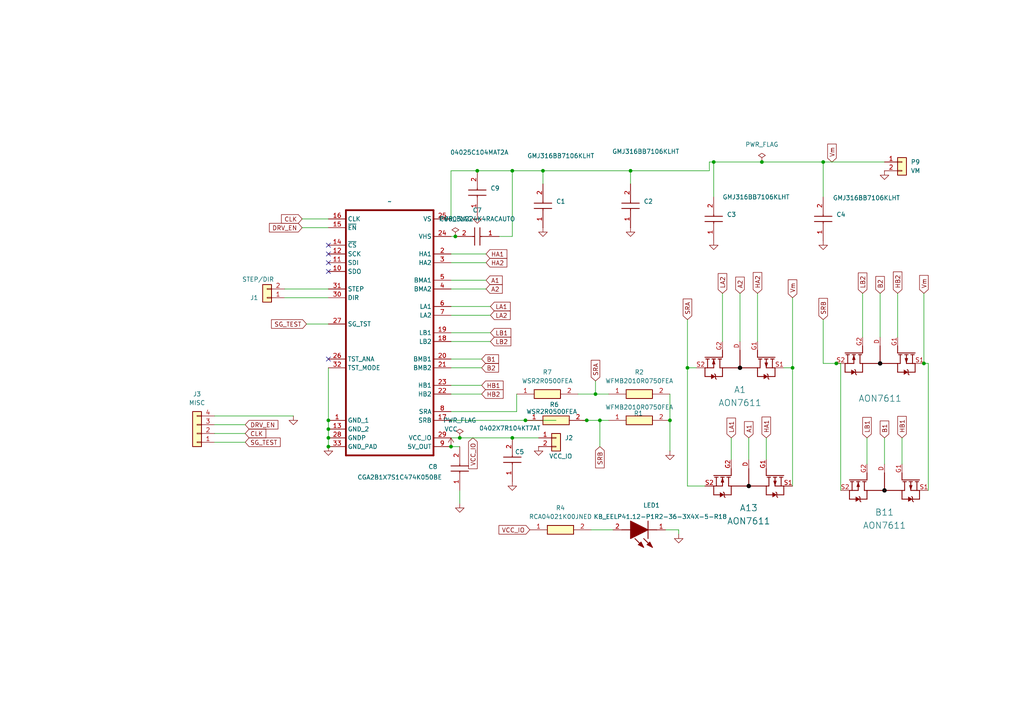
<source format=kicad_sch>
(kicad_sch (version 20231120) (generator "eeschema") (generator_version "8.0")
  (paper "A4")
  (lib_symbols
    (symbol "04025C104MAT2A:04025C104MAT2A" (pin_names hide)
      (property "Reference" "C" (at 8.89 6.35 0))
      (property "Value" "04025C104MAT2A" (at 8.89 3.81 0))
      (symbol "04025C104MAT2A_1_1"
        (polyline (pts (xy 5.08 0) (xy 5.588 0)) (stroke (width 0.254)))
        (polyline (pts (xy 5.588 2.54) (xy 5.588 -2.54)) (stroke (width 0.254)))
        (polyline (pts (xy 7.112 0) (xy 7.62 0)) (stroke (width 0.254)))
        (polyline (pts (xy 7.112 2.54) (xy 7.112 -2.54)) (stroke (width 0.254)))
        (pin passive line (at 0 0 0) (length 5.08) (name "1") (number "1"))
        (pin passive line (at 12.7 0 180) (length 5.08) (name "2") (number "2"))
      )
    )
    (symbol "0402X7R104KT7AT:0402X7R104KT7AT" (pin_names hide)
      (property "Reference" "C" (at 8.89 6.35 0))
      (property "Value" "0402X7R104KT7AT" (at 8.89 3.81 0))
      (symbol "0402X7R104KT7AT_1_1"
        (polyline (pts (xy 5.08 0) (xy 5.588 0)) (stroke (width 0.254)))
        (polyline (pts (xy 5.588 2.54) (xy 5.588 -2.54)) (stroke (width 0.254)))
        (polyline (pts (xy 7.112 0) (xy 7.62 0)) (stroke (width 0.254)))
        (polyline (pts (xy 7.112 2.54) (xy 7.112 -2.54)) (stroke (width 0.254)))
        (pin passive line (at 0 0 0) (length 5.08) (name "1") (number "1"))
        (pin passive line (at 12.7 0 180) (length 5.08) (name "2") (number "2"))
      )
    )
    (symbol "C0603X224K4RACAUTO:C0603X224K4RACAUTO" (pin_names hide)
      (property "Reference" "C" (at 8.89 6.35 0))
      (property "Value" "C0603X224K4RACAUTO" (at 8.89 3.81 0))
      (symbol "C0603X224K4RACAUTO_1_1"
        (polyline (pts (xy 5.08 0) (xy 5.588 0)) (stroke (width 0.254)))
        (polyline (pts (xy 5.588 2.54) (xy 5.588 -2.54)) (stroke (width 0.254)))
        (polyline (pts (xy 7.112 0) (xy 7.62 0)) (stroke (width 0.254)))
        (polyline (pts (xy 7.112 2.54) (xy 7.112 -2.54)) (stroke (width 0.254)))
        (pin passive line (at 0 0 0) (length 5.08) (name "1") (number "1"))
        (pin passive line (at 12.7 0 180) (length 5.08) (name "2") (number "2"))
      )
    )
    (symbol "CGA2B1X7S1C474K050BE:CGA2B1X7S1C474K050BE" (pin_names hide)
      (property "Reference" "C" (at 8.89 6.35 0))
      (property "Value" "CGA2B1X7S1C474K050BE" (at 8.89 3.81 0))
      (symbol "CGA2B1X7S1C474K050BE_1_1"
        (polyline (pts (xy 5.08 0) (xy 5.588 0)) (stroke (width 0.254)))
        (polyline (pts (xy 5.588 2.54) (xy 5.588 -2.54)) (stroke (width 0.254)))
        (polyline (pts (xy 7.112 0) (xy 7.62 0)) (stroke (width 0.254)))
        (polyline (pts (xy 7.112 2.54) (xy 7.112 -2.54)) (stroke (width 0.254)))
        (pin passive line (at 0 0 0) (length 5.08) (name "1") (number "1"))
        (pin passive line (at 12.7 0 180) (length 5.08) (name "2") (number "2"))
      )
    )
    (symbol "Connector_Generic:Conn_01x02" (pin_names (offset 1.016) hide)
      (property "Reference" "J" (at 0 2.54 0))
      (property "Value" "Conn_01x02" (at 0 -5.08 0))
      (symbol "Conn_01x02_1_1"
        (rectangle (start -1.27 -2.413) (end 0 -2.667) (stroke (width 0.1524)))
        (rectangle (start -1.27 0.127) (end 0 -0.127) (stroke (width 0.1524)))
        (rectangle (start -1.27 1.27) (end 1.27 -3.81) (stroke (width 0.254)) (fill (type background)))
        (pin passive line (at -5.08 0 0) (length 3.81) (name "Pin_1") (number "1"))
        (pin passive line (at -5.08 -2.54 0) (length 3.81) (name "Pin_2") (number "2"))
      )
    )
    (symbol "Connector_Generic:Conn_01x04" (pin_names (offset 1.016) hide)
      (property "Reference" "J" (at 0 5.08 0))
      (property "Value" "Conn_01x04" (at 0 -7.62 0))
      (symbol "Conn_01x04_1_1"
        (rectangle (start -1.27 -4.953) (end 0 -5.207) (stroke (width 0.1524)))
        (rectangle (start -1.27 -2.413) (end 0 -2.667) (stroke (width 0.1524)))
        (rectangle (start -1.27 0.127) (end 0 -0.127) (stroke (width 0.1524)))
        (rectangle (start -1.27 2.667) (end 0 2.413) (stroke (width 0.1524)))
        (rectangle (start -1.27 3.81) (end 1.27 -6.35) (stroke (width 0.254)) (fill (type background)))
        (pin passive line (at -5.08 2.54 0) (length 3.81) (name "Pin_1") (number "1"))
        (pin passive line (at -5.08 0 0) (length 3.81) (name "Pin_2") (number "2"))
        (pin passive line (at -5.08 -2.54 0) (length 3.81) (name "Pin_3") (number "3"))
        (pin passive line (at -5.08 -5.08 0) (length 3.81) (name "Pin_4") (number "4"))
      )
    )
    (symbol "GMJ316BB7106KLHT:GMJ316BB7106KLHT" (pin_names hide)
      (property "Reference" "C" (at 8.89 6.35 0))
      (property "Value" "GMJ316BB7106KLHT" (at 8.89 3.81 0))
      (symbol "GMJ316BB7106KLHT_1_1"
        (polyline (pts (xy 5.08 0) (xy 5.588 0)) (stroke (width 0.254)))
        (polyline (pts (xy 5.588 2.54) (xy 5.588 -2.54)) (stroke (width 0.254)))
        (polyline (pts (xy 7.112 0) (xy 7.62 0)) (stroke (width 0.254)))
        (polyline (pts (xy 7.112 2.54) (xy 7.112 -2.54)) (stroke (width 0.254)))
        (pin passive line (at 0 0 0) (length 5.08) (name "1") (number "1"))
        (pin passive line (at 12.7 0 180) (length 5.08) (name "2") (number "2"))
      )
    )
    (symbol "KB_EELP41_12-P1R2-36-3X4X-5-R1:KB_EELP41.12-P1R2-36-3X4X-5-R18" (pin_names hide)
      (property "Reference" "LED" (at 12.7 8.89 0))
      (property "Value" "KB_EELP41.12-P1R2-36-3X4X-5-R18" (at 12.7 6.35 0))
      (symbol "KB_EELP41.12-P1R2-36-3X4X-5-R18_1_1"
        (polyline (pts (xy 2.54 0) (xy 5.08 0)) (stroke (width 0.254)))
        (polyline (pts (xy 5.08 2.54) (xy 5.08 -2.54)) (stroke (width 0.254)))
        (polyline (pts (xy 6.35 2.54) (xy 3.81 5.08)) (stroke (width 0.254)))
        (polyline (pts (xy 8.89 2.54) (xy 6.35 5.08)) (stroke (width 0.254)))
        (polyline (pts (xy 10.16 0) (xy 12.7 0)) (stroke (width 0.254)))
        (polyline (pts (xy 5.08 0) (xy 10.16 2.54) (xy 10.16 -2.54) (xy 5.08 0)) (stroke (width 0.254)) (fill (type outline)))
        (polyline (pts (xy 5.334 4.318) (xy 4.572 3.556) (xy 3.81 5.08) (xy 5.334 4.318)) (stroke (width 0.254)) (fill (type outline)))
        (polyline (pts (xy 7.874 4.318) (xy 7.112 3.556) (xy 6.35 5.08) (xy 7.874 4.318)) (stroke (width 0.254)) (fill (type outline)))
        (pin passive line (at 0 0 0) (length 2.54) (name "K") (number "1"))
        (pin passive line (at 15.24 0 180) (length 2.54) (name "A") (number "2"))
      )
    )
    (symbol "RCA04021K00JNED:RCA04021K00JNED" (pin_names hide)
      (property "Reference" "R" (at 13.97 6.35 0))
      (property "Value" "RCA04021K00JNED" (at 13.97 3.81 0))
      (symbol "RCA04021K00JNED_1_1"
        (rectangle (start 5.08 1.27) (end 12.7 -1.27) (stroke (width 0.254)) (fill (type background)))
        (pin passive line (at 0 0 0) (length 5.08) (name "1") (number "1"))
        (pin passive line (at 17.78 0 180) (length 5.08) (name "2") (number "2"))
      )
    )
    (symbol "TMC262-LA:TMC262-LA"
      (property "Reference" "IC" (at 17.78 3.81 0))
      (symbol "TMC262-LA_1_0"
        (polyline (pts (xy 5.08 -68.58) (xy 30.48 -68.58)) (stroke (width 0.51)))
        (polyline (pts (xy 5.08 2.54) (xy 5.08 -68.58)) (stroke (width 0.51)))
        (polyline (pts (xy 30.48 -68.58) (xy 30.48 2.54)) (stroke (width 0.51)))
        (polyline (pts (xy 30.48 2.54) (xy 5.08 2.54)) (stroke (width 0.51)))
        (pin power_in line (at 0 -58.42 0) (length 5.08) (name "GND_1") (number "1"))
        (pin output line (at 0 -15.24 0) (length 5.08) (name "SDO") (number "10"))
        (pin input line (at 0 -12.7 0) (length 5.08) (name "SDI") (number "11"))
        (pin input line (at 0 -10.16 0) (length 5.08) (name "SCK") (number "12"))
        (pin power_in line (at 0 -60.96 0) (length 5.08) (name "GND_2") (number "13"))
        (pin input line (at 0 -7.62 0) (length 5.08) (name "~{CS}") (number "14"))
        (pin input line (at 0 -2.54 0) (length 5.08) (name "~{EN}") (number "15"))
        (pin input line (at 0 0 0) (length 5.08) (name "CLK") (number "16"))
        (pin input line (at 35.56 -58.42 180) (length 5.08) (name "SRB") (number "17"))
        (pin output line (at 35.56 -35.56 180) (length 5.08) (name "LB2") (number "18"))
        (pin output line (at 35.56 -33.02 180) (length 5.08) (name "LB1") (number "19"))
        (pin output line (at 35.56 -10.16 180) (length 5.08) (name "HA1") (number "2"))
        (pin input line (at 35.56 -40.64 180) (length 5.08) (name "BMB1") (number "20"))
        (pin input line (at 35.56 -43.18 180) (length 5.08) (name "BMB2") (number "21"))
        (pin output line (at 35.56 -50.8 180) (length 5.08) (name "HB2") (number "22"))
        (pin output line (at 35.56 -48.26 180) (length 5.08) (name "HB1") (number "23"))
        (pin power_in line (at 35.56 -5.08 180) (length 5.08) (name "VHS") (number "24"))
        (pin power_in line (at 35.56 0 180) (length 5.08) (name "VS") (number "25"))
        (pin output line (at 0 -40.64 0) (length 5.08) (name "TST_ANA") (number "26"))
        (pin output line (at 0 -30.48 0) (length 5.08) (name "SG_TST") (number "27"))
        (pin power_in line (at 0 -63.5 0) (length 5.08) (name "GNDP") (number "28"))
        (pin power_in line (at 35.56 -63.5 180) (length 5.08) (name "VCC_IO") (number "29"))
        (pin output line (at 35.56 -12.7 180) (length 5.08) (name "HA2") (number "3"))
        (pin input line (at 0 -22.86 0) (length 5.08) (name "DIR") (number "30"))
        (pin input line (at 0 -20.32 0) (length 5.08) (name "STEP") (number "31"))
        (pin input line (at 0 -43.18 0) (length 5.08) (name "TST_MODE") (number "32"))
        (pin power_in line (at 0 -66.04 0) (length 5.08) (name "GND_PAD") (number "33"))
        (pin input line (at 35.56 -20.32 180) (length 5.08) (name "BMA2") (number "4"))
        (pin input line (at 35.56 -17.78 180) (length 5.08) (name "BMA1") (number "5"))
        (pin output line (at 35.56 -25.4 180) (length 5.08) (name "LA1") (number "6"))
        (pin output line (at 35.56 -27.94 180) (length 5.08) (name "LA2") (number "7"))
        (pin input line (at 35.56 -55.88 180) (length 5.08) (name "SRA") (number "8"))
        (pin power_in line (at 35.56 -66.04 180) (length 5.08) (name "5V_OUT") (number "9"))
      )
    )
    (symbol "TMC262_BOB40_V1_2:AON7611"
      (property "Value" "AON7611" (at -1.27 -3.81 0))
      (symbol "AON7611_1_0"
        (polyline (pts (xy -5.08 5.08) (xy -3.048 5.08)) (stroke (width 0.254)))
        (polyline (pts (xy -5.08 10.16) (xy 0 10.16)) (stroke (width 0.254)))
        (polyline (pts (xy -5.08 15.24) (xy -3.048 15.24)) (stroke (width 0.254)))
        (polyline (pts (xy -3.048 5.08) (xy -3.048 0)) (stroke (width 0.254)))
        (polyline (pts (xy -3.048 20.32) (xy -3.048 15.24)) (stroke (width 0.254)))
        (polyline (pts (xy -2.54 0.254) (xy -2.54 1.27)) (stroke (width 0.254)))
        (polyline (pts (xy -2.54 2.032) (xy -2.54 3.048)) (stroke (width 0.254)))
        (polyline (pts (xy -2.54 4.826) (xy -2.54 3.81)) (stroke (width 0.254)))
        (polyline (pts (xy -2.54 15.494) (xy -2.54 16.51)) (stroke (width 0.254)))
        (polyline (pts (xy -2.54 17.272) (xy -2.54 18.288)) (stroke (width 0.254)))
        (polyline (pts (xy -2.54 19.05) (xy -2.54 20.066)) (stroke (width 0.254)))
        (polyline (pts (xy 0 0) (xy 2.54 0)) (stroke (width 0.254)))
        (polyline (pts (xy 0 0.762) (xy -2.54 0.762)) (stroke (width 0.254)))
        (polyline (pts (xy 0 2.54) (xy -2.54 2.54)) (stroke (width 0.254)))
        (polyline (pts (xy 0 2.54) (xy 0 0)) (stroke (width 0.254)))
        (polyline (pts (xy 0 4.318) (xy -2.54 4.318)) (stroke (width 0.254)))
        (polyline (pts (xy 0 4.318) (xy 0 5.08)) (stroke (width 0.254)))
        (polyline (pts (xy 0 5.08) (xy 2.54 5.08)) (stroke (width 0.254)))
        (polyline (pts (xy 0 15.24) (xy 0 5.08)) (stroke (width 0.254)))
        (polyline (pts (xy 0 15.24) (xy 2.54 15.24)) (stroke (width 0.254)))
        (polyline (pts (xy 0 16.002) (xy -2.54 16.002)) (stroke (width 0.254)))
        (polyline (pts (xy 0 16.002) (xy 0 15.24)) (stroke (width 0.254)))
        (polyline (pts (xy 0 17.78) (xy -2.54 17.78)) (stroke (width 0.254)))
        (polyline (pts (xy 0 17.78) (xy 0 20.32)) (stroke (width 0.254)))
        (polyline (pts (xy 0 19.558) (xy -2.54 19.558)) (stroke (width 0.254)))
        (polyline (pts (xy 0 20.32) (xy 2.54 20.32)) (stroke (width 0.254)))
        (polyline (pts (xy 2.54 0) (xy 2.54 1.778)) (stroke (width 0.254)))
        (polyline (pts (xy 2.54 5.08) (xy 2.54 3.048)) (stroke (width 0.254)))
        (polyline (pts (xy 2.54 15.24) (xy 2.54 17.018)) (stroke (width 0.254)))
        (polyline (pts (xy 2.54 20.32) (xy 2.54 18.288)) (stroke (width 0.254)))
        (polyline (pts (xy -2.54 2.54) (xy -1.016 2.032) (xy -1.016 3.048) (xy -2.54 2.54)) (stroke (width -0.0001)) (fill (type outline)))
        (polyline (pts (xy 0 17.78) (xy -1.524 18.288) (xy -1.524 17.272) (xy 0 17.78)) (stroke (width -0.0001)) (fill (type outline)))
        (polyline (pts (xy 2.54 3.048) (xy 1.778 1.778) (xy 3.302 1.778) (xy 2.54 3.048)) (stroke (width -0.0001)) (fill (type outline)))
        (polyline (pts (xy 2.54 18.288) (xy 1.778 17.018) (xy 3.302 17.018) (xy 2.54 18.288)) (stroke (width -0.0001)) (fill (type outline)))
        (polyline (pts (xy 3.302 3.302) (xy 3.048 3.048) (xy 2.032 3.048) (xy 1.778 2.794)) (stroke (width 0.254)))
        (polyline (pts (xy 3.302 18.542) (xy 3.048 18.288) (xy 2.032 18.288) (xy 1.778 18.034)) (stroke (width 0.254)))
        (circle (center 0 10.16) (radius 0.127) (stroke (width 0.508) (color 0 0 0 1)))
        (pin passive line (at -7.62 10.16 0) (length 2.54) (name "D") (number "D"))
        (pin passive line (at -7.62 15.24 0) (length 2.54) (name "G1") (number "G1"))
        (pin passive line (at -7.62 5.08 0) (length 2.54) (name "G2") (number "G2"))
        (pin passive line (at 0 22.86 270) (length 2.54) (name "S1") (number "S1"))
        (pin passive line (at 0 -2.54 90) (length 2.54) (name "S2") (number "S2"))
      )
    )
    (symbol "WFMB2010R0750FEA:WFMB2010R0750FEA" (pin_names hide)
      (property "Reference" "R" (at 13.97 6.35 0))
      (property "Value" "WFMB2010R0750FEA" (at 13.97 3.81 0))
      (symbol "WFMB2010R0750FEA_1_1"
        (rectangle (start 5.08 1.27) (end 12.7 -1.27) (stroke (width 0.254)) (fill (type background)))
        (pin passive line (at 0 0 0) (length 5.08) (name "1") (number "1"))
        (pin passive line (at 17.78 0 180) (length 5.08) (name "2") (number "2"))
      )
    )
    (symbol "WSR2R0500FEA:WSR2R0500FEA" (pin_names hide)
      (property "Reference" "R" (at 13.97 6.35 0))
      (property "Value" "WSR2R0500FEA" (at 13.97 3.81 0))
      (symbol "WSR2R0500FEA_1_1"
        (rectangle (start 5.08 1.27) (end 12.7 -1.27) (stroke (width 0.254)) (fill (type background)))
        (pin passive line (at 0 0 0) (length 5.08) (name "1") (number "1"))
        (pin passive line (at 17.78 0 180) (length 5.08) (name "2") (number "2"))
      )
    )
    (symbol "power:GND" (power) (pin_numbers hide) (pin_names (offset 0) hide)
      (property "Value" "GND" (at 0 -3.81 0))
      (symbol "GND_0_1"
        (polyline (pts (xy 0 0) (xy 0 -1.27) (xy 1.27 -1.27) (xy 0 -2.54) (xy -1.27 -1.27) (xy 0 -1.27)))
      )
      (symbol "GND_1_1"
        (pin power_in line (at 0 0 270) (length 0) (name "~") (number "1"))
      )
    )
    (symbol "power:PWR_FLAG" (power) (pin_numbers hide) (pin_names (offset 0) hide)
      (property "Value" "PWR_FLAG" (at 0 3.81 0))
      (symbol "PWR_FLAG_0_0"
        (pin power_out line (at 0 0 90) (length 0) (name "~") (number "1"))
      )
      (symbol "PWR_FLAG_0_1"
        (polyline (pts (xy 0 0) (xy 0 1.27) (xy -1.016 1.905) (xy 0 2.54) (xy 1.016 1.905) (xy 0 1.27)))
      )
    )
    (symbol "power:VCC" (power) (pin_numbers hide) (pin_names (offset 0) hide)
      (property "Value" "VCC" (at 0 3.556 0))
      (symbol "VCC_0_1"
        (polyline (pts (xy -0.762 1.27) (xy 0 2.54)))
        (polyline (pts (xy 0 0) (xy 0 2.54)))
        (polyline (pts (xy 0 2.54) (xy 0.762 1.27)))
      )
      (symbol "VCC_1_1"
        (pin power_in line (at 0 0 90) (length 0) (name "~") (number "1"))
      )
    )
  )
  (junction (at 95.25 127))
  (junction (at 152.4 121.92))
  (junction (at 238.76 46.99))
  (junction (at 132.08 68.58))
  (junction (at 182.88 49.53))
  (junction (at 95.25 129.54))
  (junction (at 95.25 121.92))
  (junction (at 138.43 49.53))
  (junction (at 95.25 124.46))
  (junction (at 199.39 106.68))
  (junction (at 194.31 121.92))
  (junction (at 172.72 114.3))
  (junction (at 170.18 121.92))
  (junction (at 242.57 105.41))
  (junction (at 267.97 105.41))
  (junction (at 229.87 106.68))
  (junction (at 130.81 129.54))
  (junction (at 173.99 121.92))
  (junction (at 133.35 127))
  (junction (at 148.59 49.53))
  (junction (at 207.01 46.99))
  (junction (at 148.59 127))
  (junction (at 220.98 46.99))
  (junction (at 157.48 49.53))
  (no_connect (at 95.25 71.12))
  (no_connect (at 95.25 78.74))
  (no_connect (at 95.25 73.66))
  (no_connect (at 95.25 76.2))
  (no_connect (at 95.25 104.14))
  (wire (pts (xy 157.48 49.53) (xy 182.88 49.53)))
  (wire (pts (xy 172.72 114.3) (xy 167.64 114.3)))
  (wire (pts (xy 132.08 68.58) (xy 130.81 68.58)))
  (wire (pts (xy 130.81 49.53) (xy 138.43 49.53)))
  (wire (pts (xy 130.81 121.92) (xy 152.4 121.92)))
  (wire (pts (xy 204.47 140.97) (xy 199.39 140.97)))
  (wire (pts (xy 256.54 127) (xy 256.54 134.62)))
  (wire (pts (xy 130.81 99.06) (xy 142.24 99.06)))
  (wire (pts (xy 130.81 119.38) (xy 149.86 119.38)))
  (wire (pts (xy 130.81 76.2) (xy 140.97 76.2)))
  (wire (pts (xy 229.87 106.68) (xy 229.87 140.97)))
  (wire (pts (xy 182.88 49.53) (xy 182.88 53.34)))
  (wire (pts (xy 256.54 46.99) (xy 238.76 46.99)))
  (wire (pts (xy 157.48 49.53) (xy 157.48 53.34)))
  (wire (pts (xy 207.01 46.99) (xy 205.74 46.99)))
  (wire (pts (xy 238.76 105.41) (xy 242.57 105.41)))
  (wire (pts (xy 227.33 106.68) (xy 229.87 106.68)))
  (wire (pts (xy 182.88 49.53) (xy 205.74 49.53)))
  (wire (pts (xy 62.23 128.27) (xy 71.12 128.27)))
  (wire (pts (xy 95.25 106.68) (xy 95.25 121.92)))
  (wire (pts (xy 95.25 127) (xy 95.25 129.54)))
  (wire (pts (xy 130.81 104.14) (xy 139.7 104.14)))
  (wire (pts (xy 130.81 127) (xy 133.35 127)))
  (wire (pts (xy 222.25 127) (xy 222.25 133.35)))
  (wire (pts (xy 87.63 66.04) (xy 95.25 66.04)))
  (wire (pts (xy 95.25 121.92) (xy 95.25 124.46)))
  (wire (pts (xy 62.23 120.65) (xy 85.09 120.65)))
  (wire (pts (xy 170.18 121.92) (xy 168.91 121.92)))
  (wire (pts (xy 196.85 153.67) (xy 196.85 154.94)))
  (wire (pts (xy 217.17 127) (xy 217.17 133.35)))
  (wire (pts (xy 130.81 81.28) (xy 140.97 81.28)))
  (wire (pts (xy 130.81 106.68) (xy 139.7 106.68)))
  (wire (pts (xy 193.04 153.67) (xy 196.85 153.67)))
  (wire (pts (xy 242.57 105.41) (xy 243.84 105.41)))
  (wire (pts (xy 194.31 114.3) (xy 194.31 121.92)))
  (wire (pts (xy 194.31 121.92) (xy 194.31 130.81)))
  (wire (pts (xy 133.35 142.24) (xy 133.35 146.05)))
  (wire (pts (xy 130.81 96.52) (xy 142.24 96.52)))
  (wire (pts (xy 87.63 63.5) (xy 95.25 63.5)))
  (wire (pts (xy 207.01 46.99) (xy 207.01 57.15)))
  (wire (pts (xy 148.59 127) (xy 156.21 127)))
  (wire (pts (xy 138.43 49.53) (xy 148.59 49.53)))
  (wire (pts (xy 251.46 127) (xy 251.46 134.62)))
  (wire (pts (xy 130.81 83.82) (xy 140.97 83.82)))
  (wire (pts (xy 199.39 140.97) (xy 199.39 106.68)))
  (wire (pts (xy 130.81 88.9) (xy 142.24 88.9)))
  (wire (pts (xy 176.53 114.3) (xy 172.72 114.3)))
  (wire (pts (xy 88.9 93.98) (xy 95.25 93.98)))
  (wire (pts (xy 62.23 125.73) (xy 71.12 125.73)))
  (wire (pts (xy 173.99 121.92) (xy 173.99 129.54)))
  (wire (pts (xy 238.76 92.71) (xy 238.76 105.41)))
  (wire (pts (xy 130.81 111.76) (xy 139.7 111.76)))
  (wire (pts (xy 130.81 73.66) (xy 140.97 73.66)))
  (wire (pts (xy 212.09 127) (xy 212.09 133.35)))
  (wire (pts (xy 243.84 142.24) (xy 243.84 105.41)))
  (wire (pts (xy 62.23 123.19) (xy 71.12 123.19)))
  (wire (pts (xy 148.59 49.53) (xy 148.59 68.58)))
  (wire (pts (xy 173.99 121.92) (xy 170.18 121.92)))
  (wire (pts (xy 173.99 121.92) (xy 176.53 121.92)))
  (wire (pts (xy 199.39 92.71) (xy 199.39 106.68)))
  (wire (pts (xy 260.35 85.09) (xy 260.35 97.79)))
  (wire (pts (xy 250.19 85.09) (xy 250.19 97.79)))
  (wire (pts (xy 205.74 46.99) (xy 205.74 49.53)))
  (wire (pts (xy 267.97 85.09) (xy 267.97 105.41)))
  (wire (pts (xy 172.72 110.49) (xy 172.72 114.3)))
  (wire (pts (xy 199.39 106.68) (xy 201.93 106.68)))
  (wire (pts (xy 95.25 124.46) (xy 95.25 127)))
  (wire (pts (xy 130.81 63.5) (xy 130.81 49.53)))
  (wire (pts (xy 82.55 86.36) (xy 95.25 86.36)))
  (wire (pts (xy 171.45 153.67) (xy 177.8 153.67)))
  (wire (pts (xy 229.87 86.36) (xy 229.87 106.68)))
  (wire (pts (xy 144.78 68.58) (xy 148.59 68.58)))
  (wire (pts (xy 238.76 46.99) (xy 238.76 57.15)))
  (wire (pts (xy 82.55 83.82) (xy 95.25 83.82)))
  (wire (pts (xy 209.55 85.09) (xy 209.55 99.06)))
  (wire (pts (xy 214.63 85.09) (xy 214.63 99.06)))
  (wire (pts (xy 220.98 46.99) (xy 238.76 46.99)))
  (wire (pts (xy 149.86 114.3) (xy 149.86 119.38)))
  (wire (pts (xy 152.4 121.92) (xy 161.29 121.92)))
  (wire (pts (xy 133.35 127) (xy 148.59 127)))
  (wire (pts (xy 148.59 49.53) (xy 157.48 49.53)))
  (wire (pts (xy 207.01 46.99) (xy 220.98 46.99)))
  (wire (pts (xy 255.27 85.09) (xy 255.27 97.79)))
  (wire (pts (xy 269.24 142.24) (xy 269.24 105.41)))
  (wire (pts (xy 130.81 129.54) (xy 133.35 129.54)))
  (wire (pts (xy 219.71 85.09) (xy 219.71 99.06)))
  (wire (pts (xy 130.81 114.3) (xy 139.7 114.3)))
  (wire (pts (xy 269.24 105.41) (xy 267.97 105.41)))
  (wire (pts (xy 130.81 91.44) (xy 142.24 91.44)))
  (wire (pts (xy 261.62 127) (xy 261.62 134.62)))
  (global_label "HB1" (shape input) (at 261.62 127 90) (property "Intersheetrefs" "${INTERSHEET_REFS}" (effects (hide yes))))
  (global_label "CLK" (shape input) (at 87.63 63.5 180) (property "Intersheetrefs" "${INTERSHEET_REFS}" (effects (hide yes))))
  (global_label "HB2" (shape input) (at 139.7 114.3 0) (property "Intersheetrefs" "${INTERSHEET_REFS}" (effects (hide yes))))
  (global_label "LA1" (shape input) (at 142.24 88.9 0) (property "Intersheetrefs" "${INTERSHEET_REFS}" (effects (hide yes))))
  (global_label "A2" (shape input) (at 140.97 83.82 0) (property "Intersheetrefs" "${INTERSHEET_REFS}" (effects (hide yes))))
  (global_label "B2" (shape input) (at 139.7 106.68 0) (property "Intersheetrefs" "${INTERSHEET_REFS}" (effects (hide yes))))
  (global_label "Vm" (shape input) (at 267.97 85.09 90) (property "Intersheetrefs" "${INTERSHEET_REFS}" (effects (hide yes))))
  (global_label "Vm" (shape input) (at 229.87 86.36 90) (property "Intersheetrefs" "${INTERSHEET_REFS}" (effects (hide yes))))
  (global_label "A1" (shape input) (at 217.17 127 90) (property "Intersheetrefs" "${INTERSHEET_REFS}" (effects (hide yes))))
  (global_label "DRV_EN" (shape input) (at 71.12 123.19 0) (property "Intersheetrefs" "${INTERSHEET_REFS}" (effects (hide yes))))
  (global_label "LA2" (shape input) (at 142.24 91.44 0) (property "Intersheetrefs" "${INTERSHEET_REFS}" (effects (hide yes))))
  (global_label "HA1" (shape input) (at 222.25 127 90) (property "Intersheetrefs" "${INTERSHEET_REFS}" (effects (hide yes))))
  (global_label "SG_TEST" (shape input) (at 71.12 128.27 0) (property "Intersheetrefs" "${INTERSHEET_REFS}" (effects (hide yes))))
  (global_label "LB2" (shape input) (at 250.19 85.09 90) (property "Intersheetrefs" "${INTERSHEET_REFS}" (effects (hide yes))))
  (global_label "LB1" (shape input) (at 251.46 127 90) (property "Intersheetrefs" "${INTERSHEET_REFS}" (effects (hide yes))))
  (global_label "HB1" (shape input) (at 139.7 111.76 0) (property "Intersheetrefs" "${INTERSHEET_REFS}" (effects (hide yes))))
  (global_label "B1" (shape input) (at 256.54 127 90) (property "Intersheetrefs" "${INTERSHEET_REFS}" (effects (hide yes))))
  (global_label "VCC_IO" (shape input) (at 137.16 127 270) (property "Intersheetrefs" "${INTERSHEET_REFS}" (effects (hide yes))))
  (global_label "SRB" (shape input) (at 173.99 129.54 270) (property "Intersheetrefs" "${INTERSHEET_REFS}" (effects (hide yes))))
  (global_label "SRB" (shape input) (at 238.76 92.71 90) (property "Intersheetrefs" "${INTERSHEET_REFS}" (effects (hide yes))))
  (global_label "A1" (shape input) (at 140.97 81.28 0) (property "Intersheetrefs" "${INTERSHEET_REFS}" (effects (hide yes))))
  (global_label "HA1" (shape input) (at 140.97 73.66 0) (property "Intersheetrefs" "${INTERSHEET_REFS}" (effects (hide yes))))
  (global_label "HB2" (shape input) (at 260.35 85.09 90) (property "Intersheetrefs" "${INTERSHEET_REFS}" (effects (hide yes))))
  (global_label "VCC_IO" (shape input) (at 153.67 153.67 180) (property "Intersheetrefs" "${INTERSHEET_REFS}" (effects (hide yes))))
  (global_label "LB2" (shape input) (at 142.24 99.06 0) (property "Intersheetrefs" "${INTERSHEET_REFS}" (effects (hide yes))))
  (global_label "HA2" (shape input) (at 219.71 85.09 90) (property "Intersheetrefs" "${INTERSHEET_REFS}" (effects (hide yes))))
  (global_label "B2" (shape input) (at 255.27 85.09 90) (property "Intersheetrefs" "${INTERSHEET_REFS}" (effects (hide yes))))
  (global_label "LA2" (shape input) (at 209.55 85.09 90) (property "Intersheetrefs" "${INTERSHEET_REFS}" (effects (hide yes))))
  (global_label "HA2" (shape input) (at 140.97 76.2 0) (property "Intersheetrefs" "${INTERSHEET_REFS}" (effects (hide yes))))
  (global_label "Vm" (shape input) (at 241.3 46.99 90) (property "Intersheetrefs" "${INTERSHEET_REFS}" (effects (hide yes))))
  (global_label "SG_TEST" (shape input) (at 88.9 93.98 180) (property "Intersheetrefs" "${INTERSHEET_REFS}" (effects (hide yes))))
  (global_label "B1" (shape input) (at 139.7 104.14 0) (property "Intersheetrefs" "${INTERSHEET_REFS}" (effects (hide yes))))
  (global_label "DRV_EN" (shape input) (at 87.63 66.04 180) (property "Intersheetrefs" "${INTERSHEET_REFS}" (effects (hide yes))))
  (global_label "CLK" (shape input) (at 71.12 125.73 0) (property "Intersheetrefs" "${INTERSHEET_REFS}" (effects (hide yes))))
  (global_label "SRA" (shape input) (at 172.72 110.49 90) (property "Intersheetrefs" "${INTERSHEET_REFS}" (effects (hide yes))))
  (global_label "SRA" (shape input) (at 199.39 92.71 90) (property "Intersheetrefs" "${INTERSHEET_REFS}" (effects (hide yes))))
  (global_label "A2" (shape input) (at 214.63 85.09 90) (property "Intersheetrefs" "${INTERSHEET_REFS}" (effects (hide yes))))
  (global_label "LA1" (shape input) (at 212.09 127 90) (property "Intersheetrefs" "${INTERSHEET_REFS}" (effects (hide yes))))
  (global_label "LB1" (shape input) (at 142.24 96.52 0) (property "Intersheetrefs" "${INTERSHEET_REFS}" (effects (hide yes))))
  (symbol (lib_id "power:GND") (at 138.43 62.23 0) (unit 1)
    (property "Reference" "#PWR02" (effects (hide yes)))
    (property "Value" "GND" (effects (hide yes)))
    (property "Description" "Power symbol creates a global label with name \"GND\" , ground" (effects (hide yes)))
  )
  (symbol (lib_id "TMC262_BOB40_V1_2:AON7611") (at 246.38 142.24 270) (unit 1)
    (property "Reference" "B11" (at 256.54 148.59 90) (effects (font (size 1.8288 1.8288))))
    (property "Value" "AON7611" (at 256.54 152.4 90) (effects (font (size 1.8288 1.8288))))
    (property "Footprint" "AON7611" (effects (hide yes)))
    (property "Description" "Mosfet Array N and P-Channel, Common Drain 30V 9A, 18.5A 1.5W Surface Mount 8-DFN (3x3)" (effects (hide yes)))
    (property "Supplier 1" "Digi-Key" (effects (hide yes)))
    (property "SPL1_PN" "785-1404-1-ND" (effects (hide yes)))
    (property "MPN" "AON7611" (effects (hide yes)))
    (property "MF" "Alpha & Omega Semiconductor Inc." (effects (hide yes)))
  )
  (symbol (lib_id "power:GND") (at 85.09 120.65 0) (unit 1)
    (property "Reference" "#PWR013" (effects (hide yes)))
    (property "Value" "GND" (effects (hide yes)))
    (property "Description" "Power symbol creates a global label with name \"GND\" , ground" (effects (hide yes)))
  )
  (symbol (lib_id "power:PWR_FLAG") (at 220.98 46.99 0) (unit 1)
    (property "Reference" "#FLG01" (effects (hide yes)))
    (property "Value" "PWR_FLAG" (at 220.98 41.91 0))
    (property "Description" "Special symbol for telling ERC where power comes from" (effects (hide yes)))
  )
  (symbol (lib_id "Connector_Generic:Conn_01x02") (at 161.29 127 0) (unit 1)
    (property "Reference" "J2" (at 163.83 126.9999 0) (effects (justify left)))
    (property "Value" "VCC_IO" (at 159.258 132.334 0) (effects (justify left)))
    (property "Description" "Generic connector, single row, 01x02, script generated (kicad-library-utils/schlib/autogen/connector/)" (effects (hide yes)))
  )
  (symbol (lib_id "Connector_Generic:Conn_01x04") (at 57.15 125.73 180) (unit 1)
    (property "Reference" "J3" (at 57.15 114.3 0))
    (property "Value" "MISC" (at 57.15 116.84 0))
    (property "Description" "Generic connector, single row, 01x04, script generated (kicad-library-utils/schlib/autogen/connector/)" (effects (hide yes)))
  )
  (symbol (lib_id "0402X7R104KT7AT:0402X7R104KT7AT") (at 148.59 139.7 90) (unit 1)
    (property "Reference" "C5" (at 149.352 131.064 90) (effects (justify right)))
    (property "Value" "0402X7R104KT7AT" (at 138.938 124.206 90) (effects (justify right)))
    (property "Footprint" "CAPC1005X61N" (effects (hide yes)))
    (property "Datasheet" "https://www.mouser.es/datasheet/2/40/general_purpose-3169586.pdf" (effects (hide yes)))
    (property "Description" "Ceramic Capacitor, Multilayer, Ceramic, 16V, 10% +Tol, 10% -Tol, X7R, 15% TC, 0.1uF, Surface Mount, 0402" (effects (hide yes)))
    (property "Height" "0.61" (effects (hide yes)))
    (property "Mouser Part Number" "581-0402X7R104KT7AT" (effects (hide yes)))
    (property "Mouser Price/Stock" "https://www.mouser.co.uk/ProductDetail/KYOCERA-AVX/0402X7R104KT7AT?qs=DPoM0jnrROXD467pFR2ukA%3D%3D" (effects (hide yes)))
    (property "Manufacturer_Name" "Kyocera AVX" (effects (hide yes)))
    (property "Manufacturer_Part_Number" "0402X7R104KT7AT" (effects (hide yes)))
  )
  (symbol (lib_id "WFMB2010R0750FEA:WFMB2010R0750FEA") (at 176.53 114.3 0) (unit 1)
    (property "Reference" "R2" (at 185.42 107.95 0))
    (property "Value" "WFMB2010R0750FEA" (at 185.42 110.49 0))
    (property "Footprint" "RESC5125X65N" (effects (hide yes)))
    (property "Datasheet" "https://datasheet.datasheetarchive.com/originals/distributors/Datasheets_SAMA/ca61f143e72def871d1e0aad69108011.pdf" (effects (hide yes)))
    (property "Description" "Vishay 0.075, 2010 (5025M) SMD Resistor +/-1% 2W - WFMB2010R0750FEA" (effects (hide yes)))
    (property "Height" "0.65" (effects (hide yes)))
    (property "Mouser Part Number" "71-WFMB2010R0750FEA" (effects (hide yes)))
    (property "Mouser Price/Stock" "https://www.mouser.co.uk/ProductDetail/Vishay/WFMB2010R0750FEA?qs=2WXlatMagcGsU%2F2ZtxxQZw%3D%3D" (effects (hide yes)))
    (property "Manufacturer_Name" "Vishay" (effects (hide yes)))
    (property "Manufacturer_Part_Number" "WFMB2010R0750FEA" (effects (hide yes)))
  )
  (symbol (lib_id "power:GND") (at 196.85 154.94 0) (unit 1)
    (property "Reference" "#PWR012" (effects (hide yes)))
    (property "Value" "GND" (effects (hide yes)))
    (property "Description" "Power symbol creates a global label with name \"GND\" , ground" (effects (hide yes)))
  )
  (symbol (lib_id "power:PWR_FLAG") (at 133.35 127 0) (unit 1)
    (property "Reference" "#FLG02" (effects (hide yes)))
    (property "Value" "PWR_FLAG" (at 133.35 121.92 0))
    (property "Description" "Special symbol for telling ERC where power comes from" (effects (hide yes)))
  )
  (symbol (lib_id "C0603X224K4RACAUTO:C0603X224K4RACAUTO") (at 144.78 68.58 180) (unit 1)
    (property "Reference" "C7" (at 138.43 60.96 0))
    (property "Value" "C0603X224K4RACAUTO" (at 138.43 63.5 0))
    (property "Footprint" "C0603" (effects (hide yes)))
    (property "Datasheet" "https://content.kemet.com/datasheets/KEM_C1078_X7R_FT-CAP_AUTO_SMD.pdf" (effects (hide yes)))
    (property "Description" "SMD Auto X7R Flex, Ceramic, 0.22 uF, 10%, 16 VDC, 40 VDC, 125C, -55C, X7R, SMD, MLCC, FT-CAP, Automotive Grade, 5 % , 2.2727 GOhms, 7.3 mg, 0603, 1.6mm, 0.8mm, 0.8mm, 0.58mm, 0.45mm, 4000, 78  Weeks, 80" (effects (hide yes)))
    (property "Height" "0.87" (effects (hide yes)))
    (property "Mouser Part Number" "80-C0603X224K4RAUTO" (effects (hide yes)))
    (property "Mouser Price/Stock" "https://www.mouser.co.uk/ProductDetail/KEMET/C0603X224K4RACAUTO?qs=i1BTgFBVgONZyNSwF3jKsg%3D%3D" (effects (hide yes)))
    (property "Manufacturer_Name" "KEMET" (effects (hide yes)))
    (property "Manufacturer_Part_Number" "C0603X224K4RACAUTO" (effects (hide yes)))
  )
  (symbol (lib_id "TMC262_BOB40_V1_2:AON7611") (at 207.01 140.97 270) (unit 1)
    (property "Reference" "A13" (at 217.17 147.32 90) (effects (font (size 1.8288 1.8288))))
    (property "Value" "AON7611" (at 217.17 151.13 90) (effects (font (size 1.8288 1.8288))))
    (property "Footprint" "AON7611" (effects (hide yes)))
    (property "Description" "Mosfet Array N and P-Channel, Common Drain 30V 9A, 18.5A 1.5W Surface Mount 8-DFN (3x3)" (effects (hide yes)))
    (property "Supplier 1" "Digi-Key" (effects (hide yes)))
    (property "SPL1_PN" "785-1404-1-ND" (effects (hide yes)))
    (property "MPN" "AON7611" (effects (hide yes)))
    (property "MF" "Alpha & Omega Semiconductor Inc." (effects (hide yes)))
  )
  (symbol (lib_id "power:PWR_FLAG") (at 132.08 68.58 0) (unit 1)
    (property "Reference" "#FLG04" (effects (hide yes)))
    (property "Value" "PWR_FLAG" (at 132.08 63.5 0))
    (property "Description" "Special symbol for telling ERC where power comes from" (effects (hide yes)))
  )
  (symbol (lib_id "GMJ316BB7106KLHT:GMJ316BB7106KLHT") (at 238.76 69.85 90) (unit 1)
    (property "Reference" "C4" (at 242.57 62.2299 90) (effects (justify right)))
    (property "Value" "GMJ316BB7106KLHT" (at 241.554 57.404 90) (effects (justify right)))
    (property "Footprint" "CAPPC3216X125N" (effects (hide yes)))
    (property "Datasheet" "https://datasheet.datasheetarchive.com/originals/distributors/DKDS-37/730539.pdf" (effects (hide yes)))
    (property "Description" "Multilayer Ceramic Capacitors MLCC - SMD/SMT 10uF 35V X7R 10% 1206 Flx AEC-Q200" (effects (hide yes)))
    (property "Height" "1.25" (effects (hide yes)))
    (property "Mouser Part Number" "963-GMJ316BB7106KLHT" (effects (hide yes)))
    (property "Mouser Price/Stock" "https://www.mouser.co.uk/ProductDetail/Taiyo-Yuden/GMJ316BB7106KLHT?qs=6oMev5NRZMHsJBH%2FrXfPIA%3D%3D" (effects (hide yes)))
    (property "Manufacturer_Name" "TAIYO YUDEN" (effects (hide yes)))
    (property "Manufacturer_Part_Number" "GMJ316BB7106KLHT" (effects (hide yes)))
  )
  (symbol (lib_id "power:GND") (at 157.48 66.04 0) (unit 1)
    (property "Reference" "#PWR03" (effects (hide yes)))
    (property "Value" "GND" (effects (hide yes)))
    (property "Description" "Power symbol creates a global label with name \"GND\" , ground" (effects (hide yes)))
  )
  (symbol (lib_id "power:GND") (at 95.25 129.54 0) (unit 1)
    (property "Reference" "#PWR010" (effects (hide yes)))
    (property "Value" "GND" (effects (hide yes)))
    (property "Description" "Power symbol creates a global label with name \"GND\" , ground" (effects (hide yes)))
  )
  (symbol (lib_id "power:GND") (at 133.35 146.05 0) (unit 1)
    (property "Reference" "#PWR01" (effects (hide yes)))
    (property "Value" "GND" (effects (hide yes)))
    (property "Description" "Power symbol creates a global label with name \"GND\" , ground" (effects (hide yes)))
  )
  (symbol (lib_id "power:GND") (at 182.88 66.04 0) (unit 1)
    (property "Reference" "#PWR04" (effects (hide yes)))
    (property "Value" "GND" (effects (hide yes)))
    (property "Description" "Power symbol creates a global label with name \"GND\" , ground" (effects (hide yes)))
  )
  (symbol (lib_id "GMJ316BB7106KLHT:GMJ316BB7106KLHT") (at 182.88 66.04 90) (unit 1)
    (property "Reference" "C2" (at 186.69 58.4199 90) (effects (justify right)))
    (property "Value" "GMJ316BB7106KLHT" (at 177.546 43.942 90) (effects (justify right)))
    (property "Footprint" "CAPPC3216X125N" (effects (hide yes)))
    (property "Datasheet" "https://datasheet.datasheetarchive.com/originals/distributors/DKDS-37/730539.pdf" (effects (hide yes)))
    (property "Description" "Multilayer Ceramic Capacitors MLCC - SMD/SMT 10uF 35V X7R 10% 1206 Flx AEC-Q200" (effects (hide yes)))
    (property "Height" "1.25" (effects (hide yes)))
    (property "Mouser Part Number" "963-GMJ316BB7106KLHT" (effects (hide yes)))
    (property "Mouser Price/Stock" "https://www.mouser.co.uk/ProductDetail/Taiyo-Yuden/GMJ316BB7106KLHT?qs=6oMev5NRZMHsJBH%2FrXfPIA%3D%3D" (effects (hide yes)))
    (property "Manufacturer_Name" "TAIYO YUDEN" (effects (hide yes)))
    (property "Manufacturer_Part_Number" "GMJ316BB7106KLHT" (effects (hide yes)))
  )
  (symbol (lib_id "GMJ316BB7106KLHT:GMJ316BB7106KLHT") (at 207.01 69.85 90) (unit 1)
    (property "Reference" "C3" (at 210.82 62.2299 90) (effects (justify right)))
    (property "Value" "GMJ316BB7106KLHT" (at 209.55 57.15 90) (effects (justify right)))
    (property "Footprint" "CAPPC3216X125N" (effects (hide yes)))
    (property "Datasheet" "https://datasheet.datasheetarchive.com/originals/distributors/DKDS-37/730539.pdf" (effects (hide yes)))
    (property "Description" "Multilayer Ceramic Capacitors MLCC - SMD/SMT 10uF 35V X7R 10% 1206 Flx AEC-Q200" (effects (hide yes)))
    (property "Height" "1.25" (effects (hide yes)))
    (property "Mouser Part Number" "963-GMJ316BB7106KLHT" (effects (hide yes)))
    (property "Mouser Price/Stock" "https://www.mouser.co.uk/ProductDetail/Taiyo-Yuden/GMJ316BB7106KLHT?qs=6oMev5NRZMHsJBH%2FrXfPIA%3D%3D" (effects (hide yes)))
    (property "Manufacturer_Name" "TAIYO YUDEN" (effects (hide yes)))
    (property "Manufacturer_Part_Number" "GMJ316BB7106KLHT" (effects (hide yes)))
  )
  (symbol (lib_id "power:GND") (at 156.21 129.54 0) (unit 1)
    (property "Reference" "#PWR09" (effects (hide yes)))
    (property "Value" "GND" (effects (hide yes)))
    (property "Description" "Power symbol creates a global label with name \"GND\" , ground" (effects (hide yes)))
  )
  (symbol (lib_id "04025C104MAT2A:04025C104MAT2A") (at 138.43 62.23 90) (unit 1)
    (property "Reference" "C9" (at 142.24 54.6099 90) (effects (justify right)))
    (property "Value" "04025C104MAT2A" (at 130.556 44.196 90) (effects (justify right)))
    (property "Footprint" "CAPC1005X56N" (effects (hide yes)))
    (property "Description" "Multilayer Ceramic Capacitors MLCC - SMD/SMT 35V 1uF, X5R 0603 10%" (effects (hide yes)))
    (property "Height" "0.56" (effects (hide yes)))
    (property "Mouser Part Number" "581-04025C104MAT2A" (effects (hide yes)))
    (property "Mouser Price/Stock" "https://www.mouser.co.uk/ProductDetail/KYOCERA-AVX/04025C104MAT2A?qs=ZBeOGGPQgEGQ0HX3nPVD%252Bg%3D%3D" (effects (hide yes)))
    (property "Manufacturer_Name" "Kyocera AVX" (effects (hide yes)))
    (property "Manufacturer_Part_Number" "04025C104MAT2A" (effects (hide yes)))
  )
  (symbol (lib_id "WSR2R0500FEA:WSR2R0500FEA") (at 149.86 114.3 0) (unit 1)
    (property "Reference" "R7" (at 158.75 107.95 0))
    (property "Value" "WSR2R0500FEA" (at 158.75 110.49 0))
    (property "Footprint" "RESM11670X254N" (effects (hide yes)))
    (property "Datasheet" "https://componentsearchengine.com/Datasheets/1/WSR2R0500FEA.pdf" (effects (hide yes)))
    (property "Description" "WSR2 SMD Resistor,2W,1%,R050 Vishay WSR2 Series Metal Strip Low Ohmic Surface Mount Resistor 4527 Case 50m +/-1% 2W +/-75ppm/C" (effects (hide yes)))
    (property "Height" "2.537" (effects (hide yes)))
    (property "Mouser Part Number" "71-WSR2R0500FEA" (effects (hide yes)))
    (property "Mouser Price/Stock" "https://www.mouser.com/Search/Refine.aspx?Keyword=71-WSR2R0500FEA" (effects (hide yes)))
    (property "Manufacturer_Name" "Vishay" (effects (hide yes)))
    (property "Manufacturer_Part_Number" "WSR2R0500FEA" (effects (hide yes)))
  )
  (symbol (lib_id "TMC262-LA:TMC262-LA") (at 95.25 63.5 0) (unit 1)
    (property "Reference" "IC1" (effects (hide yes)))
    (property "Value" "~" (at 113.03 58.42 0) (effects (font (size 1.778 1.5113))))
    (property "Footprint" "TMC262-LA:TMC_QFN32_0.5_5.0X5.0" (effects (hide yes)))
    (property "Description" "Energy saving high resolution microstepping two phase stepper driver with Step/Dir, SPI, up to 60V, QFN32(5x5)" (effects (hide yes)))
  )
  (symbol (lib_id "Connector_Generic:Conn_01x02") (at 77.47 86.36 180) (unit 1)
    (property "Reference" "J1" (at 74.93 86.3601 0) (effects (justify left)))
    (property "Value" "STEP/DIR" (at 79.502 81.026 0) (effects (justify left)))
    (property "Description" "Generic connector, single row, 01x02, script generated (kicad-library-utils/schlib/autogen/connector/)" (effects (hide yes)))
  )
  (symbol (lib_id "power:GND") (at 238.76 69.85 0) (unit 1)
    (property "Reference" "#PWR06" (effects (hide yes)))
    (property "Value" "GND" (effects (hide yes)))
    (property "Description" "Power symbol creates a global label with name \"GND\" , ground" (effects (hide yes)))
  )
  (symbol (lib_id "power:GND") (at 148.59 139.7 0) (unit 1)
    (property "Reference" "#PWR07" (effects (hide yes)))
    (property "Value" "GND" (effects (hide yes)))
    (property "Description" "Power symbol creates a global label with name \"GND\" , ground" (effects (hide yes)))
  )
  (symbol (lib_id "WSR2R0500FEA:WSR2R0500FEA") (at 152.4 121.92 0) (unit 1)
    (property "Reference" "R6" (at 160.782 117.348 0))
    (property "Value" "WSR2R0500FEA" (at 160.02 119.38 0))
    (property "Footprint" "RESM11670X254N" (effects (hide yes)))
    (property "Datasheet" "https://componentsearchengine.com/Datasheets/1/WSR2R0500FEA.pdf" (effects (hide yes)))
    (property "Description" "WSR2 SMD Resistor,2W,1%,R050 Vishay WSR2 Series Metal Strip Low Ohmic Surface Mount Resistor 4527 Case 50m +/-1% 2W +/-75ppm/C" (effects (hide yes)))
    (property "Height" "2.537" (effects (hide yes)))
    (property "Mouser Part Number" "71-WSR2R0500FEA" (effects (hide yes)))
    (property "Mouser Price/Stock" "https://www.mouser.com/Search/Refine.aspx?Keyword=71-WSR2R0500FEA" (effects (hide yes)))
    (property "Manufacturer_Name" "Vishay" (effects (hide yes)))
    (property "Manufacturer_Part_Number" "WSR2R0500FEA" (effects (hide yes)))
  )
  (symbol (lib_id "power:VCC") (at 130.81 129.54 0) (unit 1)
    (property "Reference" "#PWR015" (effects (hide yes)))
    (property "Value" "VCC" (at 130.81 124.46 0))
    (property "Description" "Power symbol creates a global label with name \"VCC\"" (effects (hide yes)))
  )
  (symbol (lib_id "TMC262_BOB40_V1_2:AON7611") (at 204.47 106.68 270) (unit 1)
    (property "Reference" "A1" (at 214.63 113.03 90) (effects (font (size 1.8288 1.8288))))
    (property "Value" "AON7611" (at 214.63 116.84 90) (effects (font (size 1.8288 1.8288))))
    (property "Footprint" "AON7611" (effects (hide yes)))
    (property "Description" "Mosfet Array N and P-Channel, Common Drain 30V 9A, 18.5A 1.5W Surface Mount 8-DFN (3x3)" (effects (hide yes)))
    (property "Supplier 1" "Digi-Key" (effects (hide yes)))
    (property "SPL1_PN" "785-1404-1-ND" (effects (hide yes)))
    (property "MPN" "AON7611" (effects (hide yes)))
    (property "MF" "Alpha & Omega Semiconductor Inc." (effects (hide yes)))
  )
  (symbol (lib_id "WFMB2010R0750FEA:WFMB2010R0750FEA") (at 176.53 121.92 0) (unit 1)
    (property "Reference" "R1" (at 185.166 119.888 0))
    (property "Value" "WFMB2010R0750FEA" (at 185.42 118.11 0))
    (property "Footprint" "RESC5125X65N" (effects (hide yes)))
    (property "Datasheet" "https://datasheet.datasheetarchive.com/originals/distributors/Datasheets_SAMA/ca61f143e72def871d1e0aad69108011.pdf" (effects (hide yes)))
    (property "Description" "Vishay 0.075, 2010 (5025M) SMD Resistor +/-1% 2W - WFMB2010R0750FEA" (effects (hide yes)))
    (property "Height" "0.65" (effects (hide yes)))
    (property "Mouser Part Number" "71-WFMB2010R0750FEA" (effects (hide yes)))
    (property "Mouser Price/Stock" "https://www.mouser.co.uk/ProductDetail/Vishay/WFMB2010R0750FEA?qs=2WXlatMagcGsU%2F2ZtxxQZw%3D%3D" (effects (hide yes)))
    (property "Manufacturer_Name" "Vishay" (effects (hide yes)))
    (property "Manufacturer_Part_Number" "WFMB2010R0750FEA" (effects (hide yes)))
  )
  (symbol (lib_id "CGA2B1X7S1C474K050BE:CGA2B1X7S1C474K050BE") (at 133.35 142.24 90) (unit 1)
    (property "Reference" "C8" (at 124.206 135.382 90) (effects (justify right)))
    (property "Value" "CGA2B1X7S1C474K050BE" (at 103.632 138.43 90) (effects (justify right)))
    (property "Footprint" "CAPC1005X55N" (effects (hide yes)))
    (property "Description" "Multilayer Ceramic Capacitors MLCC - SMD/SMT 0402 0.47uF 16volts X7S 10% Soft Term" (effects (hide yes)))
    (property "Height" "0.55" (effects (hide yes)))
    (property "Mouser Part Number" "810-CGA2B1X7S1C474KB" (effects (hide yes)))
    (property "Mouser Price/Stock" "https://www.mouser.co.uk/ProductDetail/TDK/CGA2B1X7S1C474K050BE?qs=nQSIdc08i%252BcGEyDh8LdwLg%3D%3D" (effects (hide yes)))
    (property "Manufacturer_Name" "TDK" (effects (hide yes)))
    (property "Manufacturer_Part_Number" "CGA2B1X7S1C474K050BE" (effects (hide yes)))
  )
  (symbol (lib_id "KB_EELP41_12-P1R2-36-3X4X-5-R1:KB_EELP41.12-P1R2-36-3X4X-5-R18") (at 193.04 153.67 180) (unit 1)
    (property "Reference" "LED1" (at 188.976 146.558 0))
    (property "Value" "KB_EELP41.12-P1R2-36-3X4X-5-R18" (at 191.516 149.86 0))
    (property "Footprint" "KBEELP4112P1R2363X4X5R18" (effects (hide yes)))
    (property "Datasheet" "https://look.ams-osram.com/m/39e6c0644809f9ef/original/KB-EELP41-12.pdf" (effects (hide yes)))
    (property "Description" "LED, InGaN on Sapphire, Blue, SMD, 0603 [1608 Metric], 5 mA, 2.75 V, 474 nm" (effects (hide yes)))
    (property "Height" "0.5" (effects (hide yes)))
    (property "Mouser Part Number" "720-P4112P1R2363X4X5" (effects (hide yes)))
    (property "Mouser Price/Stock" "https://www.mouser.co.uk/ProductDetail/ams-OSRAM/KB-EELP41.12-P1R2-36-3X4X-5-R18?qs=ZcfC38r4PosE94aiRwY9DA%3D%3D" (effects (hide yes)))
    (property "Manufacturer_Name" "ams OSRAM" (effects (hide yes)))
    (property "Manufacturer_Part_Number" "KB EELP41.12-P1R2-36-3X4X-5-R18" (effects (hide yes)))
  )
  (symbol (lib_id "GMJ316BB7106KLHT:GMJ316BB7106KLHT") (at 157.48 66.04 90) (unit 1)
    (property "Reference" "C1" (at 161.29 58.4199 90) (effects (justify right)))
    (property "Value" "GMJ316BB7106KLHT" (at 152.908 45.212 90) (effects (justify right)))
    (property "Footprint" "CAPPC3216X125N" (effects (hide yes)))
    (property "Datasheet" "https://datasheet.datasheetarchive.com/originals/distributors/DKDS-37/730539.pdf" (effects (hide yes)))
    (property "Description" "Multilayer Ceramic Capacitors MLCC - SMD/SMT 10uF 35V X7R 10% 1206 Flx AEC-Q200" (effects (hide yes)))
    (property "Height" "1.25" (effects (hide yes)))
    (property "Mouser Part Number" "963-GMJ316BB7106KLHT" (effects (hide yes)))
    (property "Mouser Price/Stock" "https://www.mouser.co.uk/ProductDetail/Taiyo-Yuden/GMJ316BB7106KLHT?qs=6oMev5NRZMHsJBH%2FrXfPIA%3D%3D" (effects (hide yes)))
    (property "Manufacturer_Name" "TAIYO YUDEN" (effects (hide yes)))
    (property "Manufacturer_Part_Number" "GMJ316BB7106KLHT" (effects (hide yes)))
  )
  (symbol (lib_id "Connector_Generic:Conn_01x02") (at 261.62 46.99 0) (unit 1)
    (property "Reference" "P9" (at 264.16 46.9899 0) (effects (justify left)))
    (property "Value" "VM" (at 264.16 49.5299 0) (effects (justify left)))
    (property "Description" "Generic connector, single row, 01x02, script generated (kicad-library-utils/schlib/autogen/connector/)" (effects (hide yes)))
  )
  (symbol (lib_id "power:GND") (at 194.31 130.81 0) (unit 1)
    (property "Reference" "#PWR011" (effects (hide yes)))
    (property "Value" "GND" (effects (hide yes)))
    (property "Description" "Power symbol creates a global label with name \"GND\" , ground" (effects (hide yes)))
  )
  (symbol (lib_id "TMC262_BOB40_V1_2:AON7611") (at 245.11 105.41 270) (unit 1)
    (property "Reference" "B1" (effects (hide yes)))
    (property "Value" "AON7611" (at 255.27 115.57 90) (effects (font (size 1.8288 1.8288))))
    (property "Footprint" "AON7611" (effects (hide yes)))
    (property "Description" "Mosfet Array N and P-Channel, Common Drain 30V 9A, 18.5A 1.5W Surface Mount 8-DFN (3x3)" (effects (hide yes)))
    (property "Supplier 1" "Digi-Key" (effects (hide yes)))
    (property "SPL1_PN" "785-1404-1-ND" (effects (hide yes)))
    (property "MPN" "AON7611" (effects (hide yes)))
    (property "MF" "Alpha & Omega Semiconductor Inc." (effects (hide yes)))
  )
  (symbol (lib_id "power:GND") (at 207.01 69.85 0) (unit 1)
    (property "Reference" "#PWR05" (effects (hide yes)))
    (property "Value" "GND" (effects (hide yes)))
    (property "Description" "Power symbol creates a global label with name \"GND\" , ground" (effects (hide yes)))
  )
  (symbol (lib_id "RCA04021K00JNED:RCA04021K00JNED") (at 153.67 153.67 0) (unit 1)
    (property "Reference" "R4" (at 162.56 147.32 0))
    (property "Value" "RCA04021K00JNED" (at 162.56 149.86 0))
    (property "Footprint" "RESC1005X40N" (effects (hide yes)))
    (property "Datasheet" "https://www.vishay.com/docs/20037/rcae3.pdf" (effects (hide yes)))
    (property "Description" "Thick Film Resistors - SMD RCA0402 1K0 5% 200 ET7 e3" (effects (hide yes)))
    (property "Height" "0.4" (effects (hide yes)))
    (property "Mouser Part Number" "71-RCA04021K00JNED" (effects (hide yes)))
    (property "Mouser Price/Stock" "https://www.mouser.co.uk/ProductDetail/Vishay-Draloric/RCA04021K00JNED?qs=%2F1ulvxij7NGYIps%252BNngVLQ%3D%3D" (effects (hide yes)))
    (property "Manufacturer_Name" "Vishay" (effects (hide yes)))
    (property "Manufacturer_Part_Number" "RCA04021K00JNED" (effects (hide yes)))
  )
  (symbol (lib_id "power:GND") (at 256.54 49.53 0) (unit 1)
    (property "Reference" "#PWR08" (effects (hide yes)))
    (property "Value" "GND" (effects (hide yes)))
    (property "Description" "Power symbol creates a global label with name \"GND\" , ground" (effects (hide yes)))
  )
)
</source>
